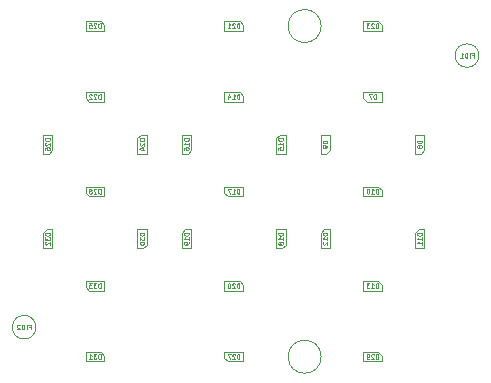
<source format=gbr>
%TF.GenerationSoftware,KiCad,Pcbnew,(5.1.0-0)*%
%TF.CreationDate,2020-07-09T23:17:02+02:00*%
%TF.ProjectId,POxiM-wristcomputer,504f7869-4d2d-4777-9269-7374636f6d70,A*%
%TF.SameCoordinates,Original*%
%TF.FileFunction,Other,Fab,Bot*%
%FSLAX46Y46*%
G04 Gerber Fmt 4.6, Leading zero omitted, Abs format (unit mm)*
G04 Created by KiCad (PCBNEW (5.1.0-0)) date 2020-07-09 23:17:02*
%MOMM*%
%LPD*%
G04 APERTURE LIST*
%ADD10C,0.100000*%
%ADD11C,0.060000*%
G04 APERTURE END LIST*
D10*
%TO.C,FID2*%
X73250000Y-143000000D02*
G75*
G03X73250000Y-143000000I-1000000J0D01*
G01*
%TO.C,FID1*%
X110750000Y-120000000D02*
G75*
G03X110750000Y-120000000I-1000000J0D01*
G01*
%TO.C,D33*%
X77450000Y-139600000D02*
X77450000Y-139100000D01*
X77450000Y-139100000D02*
X79050000Y-139100000D01*
X77750000Y-139900000D02*
X77450000Y-139600000D01*
X79050000Y-139900000D02*
X77750000Y-139900000D01*
X79050000Y-139100000D02*
X79050000Y-139900000D01*
%TO.C,D32*%
X74150000Y-134700000D02*
X74650000Y-134700000D01*
X74650000Y-134700000D02*
X74650000Y-136300000D01*
X73850000Y-135000000D02*
X74150000Y-134700000D01*
X73850000Y-136300000D02*
X73850000Y-135000000D01*
X74650000Y-136300000D02*
X73850000Y-136300000D01*
%TO.C,D31*%
X79050000Y-145400000D02*
X79050000Y-145900000D01*
X79050000Y-145900000D02*
X77450000Y-145900000D01*
X78750000Y-145100000D02*
X79050000Y-145400000D01*
X77450000Y-145100000D02*
X78750000Y-145100000D01*
X77450000Y-145900000D02*
X77450000Y-145100000D01*
%TO.C,D30*%
X82350000Y-136300000D02*
X81850000Y-136300000D01*
X81850000Y-136300000D02*
X81850000Y-134700000D01*
X82650000Y-136000000D02*
X82350000Y-136300000D01*
X82650000Y-134700000D02*
X82650000Y-136000000D01*
X81850000Y-134700000D02*
X82650000Y-134700000D01*
%TO.C,D29*%
X102550000Y-145400000D02*
X102550000Y-145900000D01*
X102550000Y-145900000D02*
X100950000Y-145900000D01*
X102250000Y-145100000D02*
X102550000Y-145400000D01*
X100950000Y-145100000D02*
X102250000Y-145100000D01*
X100950000Y-145900000D02*
X100950000Y-145100000D01*
%TO.C,D28*%
X77450000Y-131600000D02*
X77450000Y-131100000D01*
X77450000Y-131100000D02*
X79050000Y-131100000D01*
X77750000Y-131900000D02*
X77450000Y-131600000D01*
X79050000Y-131900000D02*
X77750000Y-131900000D01*
X79050000Y-131100000D02*
X79050000Y-131900000D01*
%TO.C,D27*%
X89200000Y-145600000D02*
X89200000Y-145100000D01*
X89200000Y-145100000D02*
X90800000Y-145100000D01*
X89500000Y-145900000D02*
X89200000Y-145600000D01*
X90800000Y-145900000D02*
X89500000Y-145900000D01*
X90800000Y-145100000D02*
X90800000Y-145900000D01*
%TO.C,D26*%
X74350000Y-128300000D02*
X73850000Y-128300000D01*
X73850000Y-128300000D02*
X73850000Y-126700000D01*
X74650000Y-128000000D02*
X74350000Y-128300000D01*
X74650000Y-126700000D02*
X74650000Y-128000000D01*
X73850000Y-126700000D02*
X74650000Y-126700000D01*
%TO.C,D25*%
X79050000Y-117400000D02*
X79050000Y-117900000D01*
X79050000Y-117900000D02*
X77450000Y-117900000D01*
X78750000Y-117100000D02*
X79050000Y-117400000D01*
X77450000Y-117100000D02*
X78750000Y-117100000D01*
X77450000Y-117900000D02*
X77450000Y-117100000D01*
%TO.C,D24*%
X82150000Y-126700000D02*
X82650000Y-126700000D01*
X82650000Y-126700000D02*
X82650000Y-128300000D01*
X81850000Y-127000000D02*
X82150000Y-126700000D01*
X81850000Y-128300000D02*
X81850000Y-127000000D01*
X82650000Y-128300000D02*
X81850000Y-128300000D01*
%TO.C,D23*%
X102550000Y-117400000D02*
X102550000Y-117900000D01*
X102550000Y-117900000D02*
X100950000Y-117900000D01*
X102250000Y-117100000D02*
X102550000Y-117400000D01*
X100950000Y-117100000D02*
X102250000Y-117100000D01*
X100950000Y-117900000D02*
X100950000Y-117100000D01*
%TO.C,D22*%
X77450000Y-123600000D02*
X77450000Y-123100000D01*
X77450000Y-123100000D02*
X79050000Y-123100000D01*
X77750000Y-123900000D02*
X77450000Y-123600000D01*
X79050000Y-123900000D02*
X77750000Y-123900000D01*
X79050000Y-123100000D02*
X79050000Y-123900000D01*
%TO.C,D21*%
X90800000Y-117400000D02*
X90800000Y-117900000D01*
X90800000Y-117900000D02*
X89200000Y-117900000D01*
X90500000Y-117100000D02*
X90800000Y-117400000D01*
X89200000Y-117100000D02*
X90500000Y-117100000D01*
X89200000Y-117900000D02*
X89200000Y-117100000D01*
%TO.C,D20*%
X90800000Y-139400000D02*
X90800000Y-139900000D01*
X90800000Y-139900000D02*
X89200000Y-139900000D01*
X90500000Y-139100000D02*
X90800000Y-139400000D01*
X89200000Y-139100000D02*
X90500000Y-139100000D01*
X89200000Y-139900000D02*
X89200000Y-139100000D01*
%TO.C,D19*%
X85900000Y-134700000D02*
X86400000Y-134700000D01*
X86400000Y-134700000D02*
X86400000Y-136300000D01*
X85600000Y-135000000D02*
X85900000Y-134700000D01*
X85600000Y-136300000D02*
X85600000Y-135000000D01*
X86400000Y-136300000D02*
X85600000Y-136300000D01*
%TO.C,D18*%
X94100000Y-136300000D02*
X93600000Y-136300000D01*
X93600000Y-136300000D02*
X93600000Y-134700000D01*
X94400000Y-136000000D02*
X94100000Y-136300000D01*
X94400000Y-134700000D02*
X94400000Y-136000000D01*
X93600000Y-134700000D02*
X94400000Y-134700000D01*
%TO.C,D17*%
X89200000Y-131600000D02*
X89200000Y-131100000D01*
X89200000Y-131100000D02*
X90800000Y-131100000D01*
X89500000Y-131900000D02*
X89200000Y-131600000D01*
X90800000Y-131900000D02*
X89500000Y-131900000D01*
X90800000Y-131100000D02*
X90800000Y-131900000D01*
%TO.C,D16*%
X86100000Y-128300000D02*
X85600000Y-128300000D01*
X85600000Y-128300000D02*
X85600000Y-126700000D01*
X86400000Y-128000000D02*
X86100000Y-128300000D01*
X86400000Y-126700000D02*
X86400000Y-128000000D01*
X85600000Y-126700000D02*
X86400000Y-126700000D01*
%TO.C,D15*%
X93900000Y-126700000D02*
X94400000Y-126700000D01*
X94400000Y-126700000D02*
X94400000Y-128300000D01*
X93600000Y-127000000D02*
X93900000Y-126700000D01*
X93600000Y-128300000D02*
X93600000Y-127000000D01*
X94400000Y-128300000D02*
X93600000Y-128300000D01*
%TO.C,D14*%
X90800000Y-123400000D02*
X90800000Y-123900000D01*
X90800000Y-123900000D02*
X89200000Y-123900000D01*
X90500000Y-123100000D02*
X90800000Y-123400000D01*
X89200000Y-123100000D02*
X90500000Y-123100000D01*
X89200000Y-123900000D02*
X89200000Y-123100000D01*
%TO.C,D13*%
X102550000Y-139400000D02*
X102550000Y-139900000D01*
X102550000Y-139900000D02*
X100950000Y-139900000D01*
X102250000Y-139100000D02*
X102550000Y-139400000D01*
X100950000Y-139100000D02*
X102250000Y-139100000D01*
X100950000Y-139900000D02*
X100950000Y-139100000D01*
%TO.C,D12*%
X97650000Y-134700000D02*
X98150000Y-134700000D01*
X98150000Y-134700000D02*
X98150000Y-136300000D01*
X97350000Y-135000000D02*
X97650000Y-134700000D01*
X97350000Y-136300000D02*
X97350000Y-135000000D01*
X98150000Y-136300000D02*
X97350000Y-136300000D01*
%TO.C,D11*%
X105650000Y-134700000D02*
X106150000Y-134700000D01*
X106150000Y-134700000D02*
X106150000Y-136300000D01*
X105350000Y-135000000D02*
X105650000Y-134700000D01*
X105350000Y-136300000D02*
X105350000Y-135000000D01*
X106150000Y-136300000D02*
X105350000Y-136300000D01*
%TO.C,D10*%
X102550000Y-131400000D02*
X102550000Y-131900000D01*
X102550000Y-131900000D02*
X100950000Y-131900000D01*
X102250000Y-131100000D02*
X102550000Y-131400000D01*
X100950000Y-131100000D02*
X102250000Y-131100000D01*
X100950000Y-131900000D02*
X100950000Y-131100000D01*
%TO.C,D9*%
X97850000Y-128300000D02*
X97350000Y-128300000D01*
X97350000Y-128300000D02*
X97350000Y-126700000D01*
X98150000Y-128000000D02*
X97850000Y-128300000D01*
X98150000Y-126700000D02*
X98150000Y-128000000D01*
X97350000Y-126700000D02*
X98150000Y-126700000D01*
%TO.C,D8*%
X105850000Y-128300000D02*
X105350000Y-128300000D01*
X105350000Y-128300000D02*
X105350000Y-126700000D01*
X106150000Y-128000000D02*
X105850000Y-128300000D01*
X106150000Y-126700000D02*
X106150000Y-128000000D01*
X105350000Y-126700000D02*
X106150000Y-126700000D01*
%TO.C,D7*%
X100950000Y-123600000D02*
X100950000Y-123100000D01*
X100950000Y-123100000D02*
X102550000Y-123100000D01*
X101250000Y-123900000D02*
X100950000Y-123600000D01*
X102550000Y-123900000D02*
X101250000Y-123900000D01*
X102550000Y-123100000D02*
X102550000Y-123900000D01*
%TO.C,H6*%
X97400000Y-145500000D02*
G75*
G03X97400000Y-145500000I-1400000J0D01*
G01*
%TO.C,H5*%
X97400000Y-117500000D02*
G75*
G03X97400000Y-117500000I-1400000J0D01*
G01*
%TD*%
%TO.C,FID2*%
D11*
X72678571Y-142971428D02*
X72811904Y-142971428D01*
X72811904Y-143180952D02*
X72811904Y-142780952D01*
X72621428Y-142780952D01*
X72469047Y-143180952D02*
X72469047Y-142780952D01*
X72278571Y-143180952D02*
X72278571Y-142780952D01*
X72183333Y-142780952D01*
X72126190Y-142800000D01*
X72088095Y-142838095D01*
X72069047Y-142876190D01*
X72050000Y-142952380D01*
X72050000Y-143009523D01*
X72069047Y-143085714D01*
X72088095Y-143123809D01*
X72126190Y-143161904D01*
X72183333Y-143180952D01*
X72278571Y-143180952D01*
X71897619Y-142819047D02*
X71878571Y-142800000D01*
X71840476Y-142780952D01*
X71745238Y-142780952D01*
X71707142Y-142800000D01*
X71688095Y-142819047D01*
X71669047Y-142857142D01*
X71669047Y-142895238D01*
X71688095Y-142952380D01*
X71916666Y-143180952D01*
X71669047Y-143180952D01*
%TO.C,FID1*%
X110178571Y-119971428D02*
X110311904Y-119971428D01*
X110311904Y-120180952D02*
X110311904Y-119780952D01*
X110121428Y-119780952D01*
X109969047Y-120180952D02*
X109969047Y-119780952D01*
X109778571Y-120180952D02*
X109778571Y-119780952D01*
X109683333Y-119780952D01*
X109626190Y-119800000D01*
X109588095Y-119838095D01*
X109569047Y-119876190D01*
X109550000Y-119952380D01*
X109550000Y-120009523D01*
X109569047Y-120085714D01*
X109588095Y-120123809D01*
X109626190Y-120161904D01*
X109683333Y-120180952D01*
X109778571Y-120180952D01*
X109169047Y-120180952D02*
X109397619Y-120180952D01*
X109283333Y-120180952D02*
X109283333Y-119780952D01*
X109321428Y-119838095D01*
X109359523Y-119876190D01*
X109397619Y-119895238D01*
%TO.C,D33*%
X78735714Y-139680952D02*
X78735714Y-139280952D01*
X78640476Y-139280952D01*
X78583333Y-139300000D01*
X78545238Y-139338095D01*
X78526190Y-139376190D01*
X78507142Y-139452380D01*
X78507142Y-139509523D01*
X78526190Y-139585714D01*
X78545238Y-139623809D01*
X78583333Y-139661904D01*
X78640476Y-139680952D01*
X78735714Y-139680952D01*
X78373809Y-139280952D02*
X78126190Y-139280952D01*
X78259523Y-139433333D01*
X78202380Y-139433333D01*
X78164285Y-139452380D01*
X78145238Y-139471428D01*
X78126190Y-139509523D01*
X78126190Y-139604761D01*
X78145238Y-139642857D01*
X78164285Y-139661904D01*
X78202380Y-139680952D01*
X78316666Y-139680952D01*
X78354761Y-139661904D01*
X78373809Y-139642857D01*
X77992857Y-139280952D02*
X77745238Y-139280952D01*
X77878571Y-139433333D01*
X77821428Y-139433333D01*
X77783333Y-139452380D01*
X77764285Y-139471428D01*
X77745238Y-139509523D01*
X77745238Y-139604761D01*
X77764285Y-139642857D01*
X77783333Y-139661904D01*
X77821428Y-139680952D01*
X77935714Y-139680952D01*
X77973809Y-139661904D01*
X77992857Y-139642857D01*
%TO.C,D32*%
X74430952Y-135014285D02*
X74030952Y-135014285D01*
X74030952Y-135109523D01*
X74050000Y-135166666D01*
X74088095Y-135204761D01*
X74126190Y-135223809D01*
X74202380Y-135242857D01*
X74259523Y-135242857D01*
X74335714Y-135223809D01*
X74373809Y-135204761D01*
X74411904Y-135166666D01*
X74430952Y-135109523D01*
X74430952Y-135014285D01*
X74030952Y-135376190D02*
X74030952Y-135623809D01*
X74183333Y-135490476D01*
X74183333Y-135547619D01*
X74202380Y-135585714D01*
X74221428Y-135604761D01*
X74259523Y-135623809D01*
X74354761Y-135623809D01*
X74392857Y-135604761D01*
X74411904Y-135585714D01*
X74430952Y-135547619D01*
X74430952Y-135433333D01*
X74411904Y-135395238D01*
X74392857Y-135376190D01*
X74069047Y-135776190D02*
X74050000Y-135795238D01*
X74030952Y-135833333D01*
X74030952Y-135928571D01*
X74050000Y-135966666D01*
X74069047Y-135985714D01*
X74107142Y-136004761D01*
X74145238Y-136004761D01*
X74202380Y-135985714D01*
X74430952Y-135757142D01*
X74430952Y-136004761D01*
%TO.C,D31*%
X78735714Y-145680952D02*
X78735714Y-145280952D01*
X78640476Y-145280952D01*
X78583333Y-145300000D01*
X78545238Y-145338095D01*
X78526190Y-145376190D01*
X78507142Y-145452380D01*
X78507142Y-145509523D01*
X78526190Y-145585714D01*
X78545238Y-145623809D01*
X78583333Y-145661904D01*
X78640476Y-145680952D01*
X78735714Y-145680952D01*
X78373809Y-145280952D02*
X78126190Y-145280952D01*
X78259523Y-145433333D01*
X78202380Y-145433333D01*
X78164285Y-145452380D01*
X78145238Y-145471428D01*
X78126190Y-145509523D01*
X78126190Y-145604761D01*
X78145238Y-145642857D01*
X78164285Y-145661904D01*
X78202380Y-145680952D01*
X78316666Y-145680952D01*
X78354761Y-145661904D01*
X78373809Y-145642857D01*
X77745238Y-145680952D02*
X77973809Y-145680952D01*
X77859523Y-145680952D02*
X77859523Y-145280952D01*
X77897619Y-145338095D01*
X77935714Y-145376190D01*
X77973809Y-145395238D01*
%TO.C,D30*%
X82430952Y-135014285D02*
X82030952Y-135014285D01*
X82030952Y-135109523D01*
X82050000Y-135166666D01*
X82088095Y-135204761D01*
X82126190Y-135223809D01*
X82202380Y-135242857D01*
X82259523Y-135242857D01*
X82335714Y-135223809D01*
X82373809Y-135204761D01*
X82411904Y-135166666D01*
X82430952Y-135109523D01*
X82430952Y-135014285D01*
X82030952Y-135376190D02*
X82030952Y-135623809D01*
X82183333Y-135490476D01*
X82183333Y-135547619D01*
X82202380Y-135585714D01*
X82221428Y-135604761D01*
X82259523Y-135623809D01*
X82354761Y-135623809D01*
X82392857Y-135604761D01*
X82411904Y-135585714D01*
X82430952Y-135547619D01*
X82430952Y-135433333D01*
X82411904Y-135395238D01*
X82392857Y-135376190D01*
X82030952Y-135871428D02*
X82030952Y-135909523D01*
X82050000Y-135947619D01*
X82069047Y-135966666D01*
X82107142Y-135985714D01*
X82183333Y-136004761D01*
X82278571Y-136004761D01*
X82354761Y-135985714D01*
X82392857Y-135966666D01*
X82411904Y-135947619D01*
X82430952Y-135909523D01*
X82430952Y-135871428D01*
X82411904Y-135833333D01*
X82392857Y-135814285D01*
X82354761Y-135795238D01*
X82278571Y-135776190D01*
X82183333Y-135776190D01*
X82107142Y-135795238D01*
X82069047Y-135814285D01*
X82050000Y-135833333D01*
X82030952Y-135871428D01*
%TO.C,D29*%
X102235714Y-145680952D02*
X102235714Y-145280952D01*
X102140476Y-145280952D01*
X102083333Y-145300000D01*
X102045238Y-145338095D01*
X102026190Y-145376190D01*
X102007142Y-145452380D01*
X102007142Y-145509523D01*
X102026190Y-145585714D01*
X102045238Y-145623809D01*
X102083333Y-145661904D01*
X102140476Y-145680952D01*
X102235714Y-145680952D01*
X101854761Y-145319047D02*
X101835714Y-145300000D01*
X101797619Y-145280952D01*
X101702380Y-145280952D01*
X101664285Y-145300000D01*
X101645238Y-145319047D01*
X101626190Y-145357142D01*
X101626190Y-145395238D01*
X101645238Y-145452380D01*
X101873809Y-145680952D01*
X101626190Y-145680952D01*
X101435714Y-145680952D02*
X101359523Y-145680952D01*
X101321428Y-145661904D01*
X101302380Y-145642857D01*
X101264285Y-145585714D01*
X101245238Y-145509523D01*
X101245238Y-145357142D01*
X101264285Y-145319047D01*
X101283333Y-145300000D01*
X101321428Y-145280952D01*
X101397619Y-145280952D01*
X101435714Y-145300000D01*
X101454761Y-145319047D01*
X101473809Y-145357142D01*
X101473809Y-145452380D01*
X101454761Y-145490476D01*
X101435714Y-145509523D01*
X101397619Y-145528571D01*
X101321428Y-145528571D01*
X101283333Y-145509523D01*
X101264285Y-145490476D01*
X101245238Y-145452380D01*
%TO.C,D28*%
X78735714Y-131680952D02*
X78735714Y-131280952D01*
X78640476Y-131280952D01*
X78583333Y-131300000D01*
X78545238Y-131338095D01*
X78526190Y-131376190D01*
X78507142Y-131452380D01*
X78507142Y-131509523D01*
X78526190Y-131585714D01*
X78545238Y-131623809D01*
X78583333Y-131661904D01*
X78640476Y-131680952D01*
X78735714Y-131680952D01*
X78354761Y-131319047D02*
X78335714Y-131300000D01*
X78297619Y-131280952D01*
X78202380Y-131280952D01*
X78164285Y-131300000D01*
X78145238Y-131319047D01*
X78126190Y-131357142D01*
X78126190Y-131395238D01*
X78145238Y-131452380D01*
X78373809Y-131680952D01*
X78126190Y-131680952D01*
X77897619Y-131452380D02*
X77935714Y-131433333D01*
X77954761Y-131414285D01*
X77973809Y-131376190D01*
X77973809Y-131357142D01*
X77954761Y-131319047D01*
X77935714Y-131300000D01*
X77897619Y-131280952D01*
X77821428Y-131280952D01*
X77783333Y-131300000D01*
X77764285Y-131319047D01*
X77745238Y-131357142D01*
X77745238Y-131376190D01*
X77764285Y-131414285D01*
X77783333Y-131433333D01*
X77821428Y-131452380D01*
X77897619Y-131452380D01*
X77935714Y-131471428D01*
X77954761Y-131490476D01*
X77973809Y-131528571D01*
X77973809Y-131604761D01*
X77954761Y-131642857D01*
X77935714Y-131661904D01*
X77897619Y-131680952D01*
X77821428Y-131680952D01*
X77783333Y-131661904D01*
X77764285Y-131642857D01*
X77745238Y-131604761D01*
X77745238Y-131528571D01*
X77764285Y-131490476D01*
X77783333Y-131471428D01*
X77821428Y-131452380D01*
%TO.C,D27*%
X90485714Y-145680952D02*
X90485714Y-145280952D01*
X90390476Y-145280952D01*
X90333333Y-145300000D01*
X90295238Y-145338095D01*
X90276190Y-145376190D01*
X90257142Y-145452380D01*
X90257142Y-145509523D01*
X90276190Y-145585714D01*
X90295238Y-145623809D01*
X90333333Y-145661904D01*
X90390476Y-145680952D01*
X90485714Y-145680952D01*
X90104761Y-145319047D02*
X90085714Y-145300000D01*
X90047619Y-145280952D01*
X89952380Y-145280952D01*
X89914285Y-145300000D01*
X89895238Y-145319047D01*
X89876190Y-145357142D01*
X89876190Y-145395238D01*
X89895238Y-145452380D01*
X90123809Y-145680952D01*
X89876190Y-145680952D01*
X89742857Y-145280952D02*
X89476190Y-145280952D01*
X89647619Y-145680952D01*
%TO.C,D26*%
X74430952Y-127014285D02*
X74030952Y-127014285D01*
X74030952Y-127109523D01*
X74050000Y-127166666D01*
X74088095Y-127204761D01*
X74126190Y-127223809D01*
X74202380Y-127242857D01*
X74259523Y-127242857D01*
X74335714Y-127223809D01*
X74373809Y-127204761D01*
X74411904Y-127166666D01*
X74430952Y-127109523D01*
X74430952Y-127014285D01*
X74069047Y-127395238D02*
X74050000Y-127414285D01*
X74030952Y-127452380D01*
X74030952Y-127547619D01*
X74050000Y-127585714D01*
X74069047Y-127604761D01*
X74107142Y-127623809D01*
X74145238Y-127623809D01*
X74202380Y-127604761D01*
X74430952Y-127376190D01*
X74430952Y-127623809D01*
X74030952Y-127966666D02*
X74030952Y-127890476D01*
X74050000Y-127852380D01*
X74069047Y-127833333D01*
X74126190Y-127795238D01*
X74202380Y-127776190D01*
X74354761Y-127776190D01*
X74392857Y-127795238D01*
X74411904Y-127814285D01*
X74430952Y-127852380D01*
X74430952Y-127928571D01*
X74411904Y-127966666D01*
X74392857Y-127985714D01*
X74354761Y-128004761D01*
X74259523Y-128004761D01*
X74221428Y-127985714D01*
X74202380Y-127966666D01*
X74183333Y-127928571D01*
X74183333Y-127852380D01*
X74202380Y-127814285D01*
X74221428Y-127795238D01*
X74259523Y-127776190D01*
%TO.C,D25*%
X78735714Y-117680952D02*
X78735714Y-117280952D01*
X78640476Y-117280952D01*
X78583333Y-117300000D01*
X78545238Y-117338095D01*
X78526190Y-117376190D01*
X78507142Y-117452380D01*
X78507142Y-117509523D01*
X78526190Y-117585714D01*
X78545238Y-117623809D01*
X78583333Y-117661904D01*
X78640476Y-117680952D01*
X78735714Y-117680952D01*
X78354761Y-117319047D02*
X78335714Y-117300000D01*
X78297619Y-117280952D01*
X78202380Y-117280952D01*
X78164285Y-117300000D01*
X78145238Y-117319047D01*
X78126190Y-117357142D01*
X78126190Y-117395238D01*
X78145238Y-117452380D01*
X78373809Y-117680952D01*
X78126190Y-117680952D01*
X77764285Y-117280952D02*
X77954761Y-117280952D01*
X77973809Y-117471428D01*
X77954761Y-117452380D01*
X77916666Y-117433333D01*
X77821428Y-117433333D01*
X77783333Y-117452380D01*
X77764285Y-117471428D01*
X77745238Y-117509523D01*
X77745238Y-117604761D01*
X77764285Y-117642857D01*
X77783333Y-117661904D01*
X77821428Y-117680952D01*
X77916666Y-117680952D01*
X77954761Y-117661904D01*
X77973809Y-117642857D01*
%TO.C,D24*%
X82430952Y-127014285D02*
X82030952Y-127014285D01*
X82030952Y-127109523D01*
X82050000Y-127166666D01*
X82088095Y-127204761D01*
X82126190Y-127223809D01*
X82202380Y-127242857D01*
X82259523Y-127242857D01*
X82335714Y-127223809D01*
X82373809Y-127204761D01*
X82411904Y-127166666D01*
X82430952Y-127109523D01*
X82430952Y-127014285D01*
X82069047Y-127395238D02*
X82050000Y-127414285D01*
X82030952Y-127452380D01*
X82030952Y-127547619D01*
X82050000Y-127585714D01*
X82069047Y-127604761D01*
X82107142Y-127623809D01*
X82145238Y-127623809D01*
X82202380Y-127604761D01*
X82430952Y-127376190D01*
X82430952Y-127623809D01*
X82164285Y-127966666D02*
X82430952Y-127966666D01*
X82011904Y-127871428D02*
X82297619Y-127776190D01*
X82297619Y-128023809D01*
%TO.C,D23*%
X102235714Y-117680952D02*
X102235714Y-117280952D01*
X102140476Y-117280952D01*
X102083333Y-117300000D01*
X102045238Y-117338095D01*
X102026190Y-117376190D01*
X102007142Y-117452380D01*
X102007142Y-117509523D01*
X102026190Y-117585714D01*
X102045238Y-117623809D01*
X102083333Y-117661904D01*
X102140476Y-117680952D01*
X102235714Y-117680952D01*
X101854761Y-117319047D02*
X101835714Y-117300000D01*
X101797619Y-117280952D01*
X101702380Y-117280952D01*
X101664285Y-117300000D01*
X101645238Y-117319047D01*
X101626190Y-117357142D01*
X101626190Y-117395238D01*
X101645238Y-117452380D01*
X101873809Y-117680952D01*
X101626190Y-117680952D01*
X101492857Y-117280952D02*
X101245238Y-117280952D01*
X101378571Y-117433333D01*
X101321428Y-117433333D01*
X101283333Y-117452380D01*
X101264285Y-117471428D01*
X101245238Y-117509523D01*
X101245238Y-117604761D01*
X101264285Y-117642857D01*
X101283333Y-117661904D01*
X101321428Y-117680952D01*
X101435714Y-117680952D01*
X101473809Y-117661904D01*
X101492857Y-117642857D01*
%TO.C,D22*%
X78735714Y-123680952D02*
X78735714Y-123280952D01*
X78640476Y-123280952D01*
X78583333Y-123300000D01*
X78545238Y-123338095D01*
X78526190Y-123376190D01*
X78507142Y-123452380D01*
X78507142Y-123509523D01*
X78526190Y-123585714D01*
X78545238Y-123623809D01*
X78583333Y-123661904D01*
X78640476Y-123680952D01*
X78735714Y-123680952D01*
X78354761Y-123319047D02*
X78335714Y-123300000D01*
X78297619Y-123280952D01*
X78202380Y-123280952D01*
X78164285Y-123300000D01*
X78145238Y-123319047D01*
X78126190Y-123357142D01*
X78126190Y-123395238D01*
X78145238Y-123452380D01*
X78373809Y-123680952D01*
X78126190Y-123680952D01*
X77973809Y-123319047D02*
X77954761Y-123300000D01*
X77916666Y-123280952D01*
X77821428Y-123280952D01*
X77783333Y-123300000D01*
X77764285Y-123319047D01*
X77745238Y-123357142D01*
X77745238Y-123395238D01*
X77764285Y-123452380D01*
X77992857Y-123680952D01*
X77745238Y-123680952D01*
%TO.C,D21*%
X90485714Y-117680952D02*
X90485714Y-117280952D01*
X90390476Y-117280952D01*
X90333333Y-117300000D01*
X90295238Y-117338095D01*
X90276190Y-117376190D01*
X90257142Y-117452380D01*
X90257142Y-117509523D01*
X90276190Y-117585714D01*
X90295238Y-117623809D01*
X90333333Y-117661904D01*
X90390476Y-117680952D01*
X90485714Y-117680952D01*
X90104761Y-117319047D02*
X90085714Y-117300000D01*
X90047619Y-117280952D01*
X89952380Y-117280952D01*
X89914285Y-117300000D01*
X89895238Y-117319047D01*
X89876190Y-117357142D01*
X89876190Y-117395238D01*
X89895238Y-117452380D01*
X90123809Y-117680952D01*
X89876190Y-117680952D01*
X89495238Y-117680952D02*
X89723809Y-117680952D01*
X89609523Y-117680952D02*
X89609523Y-117280952D01*
X89647619Y-117338095D01*
X89685714Y-117376190D01*
X89723809Y-117395238D01*
%TO.C,D20*%
X90485714Y-139680952D02*
X90485714Y-139280952D01*
X90390476Y-139280952D01*
X90333333Y-139300000D01*
X90295238Y-139338095D01*
X90276190Y-139376190D01*
X90257142Y-139452380D01*
X90257142Y-139509523D01*
X90276190Y-139585714D01*
X90295238Y-139623809D01*
X90333333Y-139661904D01*
X90390476Y-139680952D01*
X90485714Y-139680952D01*
X90104761Y-139319047D02*
X90085714Y-139300000D01*
X90047619Y-139280952D01*
X89952380Y-139280952D01*
X89914285Y-139300000D01*
X89895238Y-139319047D01*
X89876190Y-139357142D01*
X89876190Y-139395238D01*
X89895238Y-139452380D01*
X90123809Y-139680952D01*
X89876190Y-139680952D01*
X89628571Y-139280952D02*
X89590476Y-139280952D01*
X89552380Y-139300000D01*
X89533333Y-139319047D01*
X89514285Y-139357142D01*
X89495238Y-139433333D01*
X89495238Y-139528571D01*
X89514285Y-139604761D01*
X89533333Y-139642857D01*
X89552380Y-139661904D01*
X89590476Y-139680952D01*
X89628571Y-139680952D01*
X89666666Y-139661904D01*
X89685714Y-139642857D01*
X89704761Y-139604761D01*
X89723809Y-139528571D01*
X89723809Y-139433333D01*
X89704761Y-139357142D01*
X89685714Y-139319047D01*
X89666666Y-139300000D01*
X89628571Y-139280952D01*
%TO.C,D19*%
X86180952Y-135014285D02*
X85780952Y-135014285D01*
X85780952Y-135109523D01*
X85800000Y-135166666D01*
X85838095Y-135204761D01*
X85876190Y-135223809D01*
X85952380Y-135242857D01*
X86009523Y-135242857D01*
X86085714Y-135223809D01*
X86123809Y-135204761D01*
X86161904Y-135166666D01*
X86180952Y-135109523D01*
X86180952Y-135014285D01*
X86180952Y-135623809D02*
X86180952Y-135395238D01*
X86180952Y-135509523D02*
X85780952Y-135509523D01*
X85838095Y-135471428D01*
X85876190Y-135433333D01*
X85895238Y-135395238D01*
X86180952Y-135814285D02*
X86180952Y-135890476D01*
X86161904Y-135928571D01*
X86142857Y-135947619D01*
X86085714Y-135985714D01*
X86009523Y-136004761D01*
X85857142Y-136004761D01*
X85819047Y-135985714D01*
X85800000Y-135966666D01*
X85780952Y-135928571D01*
X85780952Y-135852380D01*
X85800000Y-135814285D01*
X85819047Y-135795238D01*
X85857142Y-135776190D01*
X85952380Y-135776190D01*
X85990476Y-135795238D01*
X86009523Y-135814285D01*
X86028571Y-135852380D01*
X86028571Y-135928571D01*
X86009523Y-135966666D01*
X85990476Y-135985714D01*
X85952380Y-136004761D01*
%TO.C,D18*%
X94180952Y-135014285D02*
X93780952Y-135014285D01*
X93780952Y-135109523D01*
X93800000Y-135166666D01*
X93838095Y-135204761D01*
X93876190Y-135223809D01*
X93952380Y-135242857D01*
X94009523Y-135242857D01*
X94085714Y-135223809D01*
X94123809Y-135204761D01*
X94161904Y-135166666D01*
X94180952Y-135109523D01*
X94180952Y-135014285D01*
X94180952Y-135623809D02*
X94180952Y-135395238D01*
X94180952Y-135509523D02*
X93780952Y-135509523D01*
X93838095Y-135471428D01*
X93876190Y-135433333D01*
X93895238Y-135395238D01*
X93952380Y-135852380D02*
X93933333Y-135814285D01*
X93914285Y-135795238D01*
X93876190Y-135776190D01*
X93857142Y-135776190D01*
X93819047Y-135795238D01*
X93800000Y-135814285D01*
X93780952Y-135852380D01*
X93780952Y-135928571D01*
X93800000Y-135966666D01*
X93819047Y-135985714D01*
X93857142Y-136004761D01*
X93876190Y-136004761D01*
X93914285Y-135985714D01*
X93933333Y-135966666D01*
X93952380Y-135928571D01*
X93952380Y-135852380D01*
X93971428Y-135814285D01*
X93990476Y-135795238D01*
X94028571Y-135776190D01*
X94104761Y-135776190D01*
X94142857Y-135795238D01*
X94161904Y-135814285D01*
X94180952Y-135852380D01*
X94180952Y-135928571D01*
X94161904Y-135966666D01*
X94142857Y-135985714D01*
X94104761Y-136004761D01*
X94028571Y-136004761D01*
X93990476Y-135985714D01*
X93971428Y-135966666D01*
X93952380Y-135928571D01*
%TO.C,D17*%
X90485714Y-131680952D02*
X90485714Y-131280952D01*
X90390476Y-131280952D01*
X90333333Y-131300000D01*
X90295238Y-131338095D01*
X90276190Y-131376190D01*
X90257142Y-131452380D01*
X90257142Y-131509523D01*
X90276190Y-131585714D01*
X90295238Y-131623809D01*
X90333333Y-131661904D01*
X90390476Y-131680952D01*
X90485714Y-131680952D01*
X89876190Y-131680952D02*
X90104761Y-131680952D01*
X89990476Y-131680952D02*
X89990476Y-131280952D01*
X90028571Y-131338095D01*
X90066666Y-131376190D01*
X90104761Y-131395238D01*
X89742857Y-131280952D02*
X89476190Y-131280952D01*
X89647619Y-131680952D01*
%TO.C,D16*%
X86180952Y-127014285D02*
X85780952Y-127014285D01*
X85780952Y-127109523D01*
X85800000Y-127166666D01*
X85838095Y-127204761D01*
X85876190Y-127223809D01*
X85952380Y-127242857D01*
X86009523Y-127242857D01*
X86085714Y-127223809D01*
X86123809Y-127204761D01*
X86161904Y-127166666D01*
X86180952Y-127109523D01*
X86180952Y-127014285D01*
X86180952Y-127623809D02*
X86180952Y-127395238D01*
X86180952Y-127509523D02*
X85780952Y-127509523D01*
X85838095Y-127471428D01*
X85876190Y-127433333D01*
X85895238Y-127395238D01*
X85780952Y-127966666D02*
X85780952Y-127890476D01*
X85800000Y-127852380D01*
X85819047Y-127833333D01*
X85876190Y-127795238D01*
X85952380Y-127776190D01*
X86104761Y-127776190D01*
X86142857Y-127795238D01*
X86161904Y-127814285D01*
X86180952Y-127852380D01*
X86180952Y-127928571D01*
X86161904Y-127966666D01*
X86142857Y-127985714D01*
X86104761Y-128004761D01*
X86009523Y-128004761D01*
X85971428Y-127985714D01*
X85952380Y-127966666D01*
X85933333Y-127928571D01*
X85933333Y-127852380D01*
X85952380Y-127814285D01*
X85971428Y-127795238D01*
X86009523Y-127776190D01*
%TO.C,D15*%
X94180952Y-127014285D02*
X93780952Y-127014285D01*
X93780952Y-127109523D01*
X93800000Y-127166666D01*
X93838095Y-127204761D01*
X93876190Y-127223809D01*
X93952380Y-127242857D01*
X94009523Y-127242857D01*
X94085714Y-127223809D01*
X94123809Y-127204761D01*
X94161904Y-127166666D01*
X94180952Y-127109523D01*
X94180952Y-127014285D01*
X94180952Y-127623809D02*
X94180952Y-127395238D01*
X94180952Y-127509523D02*
X93780952Y-127509523D01*
X93838095Y-127471428D01*
X93876190Y-127433333D01*
X93895238Y-127395238D01*
X93780952Y-127985714D02*
X93780952Y-127795238D01*
X93971428Y-127776190D01*
X93952380Y-127795238D01*
X93933333Y-127833333D01*
X93933333Y-127928571D01*
X93952380Y-127966666D01*
X93971428Y-127985714D01*
X94009523Y-128004761D01*
X94104761Y-128004761D01*
X94142857Y-127985714D01*
X94161904Y-127966666D01*
X94180952Y-127928571D01*
X94180952Y-127833333D01*
X94161904Y-127795238D01*
X94142857Y-127776190D01*
%TO.C,D14*%
X90485714Y-123680952D02*
X90485714Y-123280952D01*
X90390476Y-123280952D01*
X90333333Y-123300000D01*
X90295238Y-123338095D01*
X90276190Y-123376190D01*
X90257142Y-123452380D01*
X90257142Y-123509523D01*
X90276190Y-123585714D01*
X90295238Y-123623809D01*
X90333333Y-123661904D01*
X90390476Y-123680952D01*
X90485714Y-123680952D01*
X89876190Y-123680952D02*
X90104761Y-123680952D01*
X89990476Y-123680952D02*
X89990476Y-123280952D01*
X90028571Y-123338095D01*
X90066666Y-123376190D01*
X90104761Y-123395238D01*
X89533333Y-123414285D02*
X89533333Y-123680952D01*
X89628571Y-123261904D02*
X89723809Y-123547619D01*
X89476190Y-123547619D01*
%TO.C,D13*%
X102235714Y-139680952D02*
X102235714Y-139280952D01*
X102140476Y-139280952D01*
X102083333Y-139300000D01*
X102045238Y-139338095D01*
X102026190Y-139376190D01*
X102007142Y-139452380D01*
X102007142Y-139509523D01*
X102026190Y-139585714D01*
X102045238Y-139623809D01*
X102083333Y-139661904D01*
X102140476Y-139680952D01*
X102235714Y-139680952D01*
X101626190Y-139680952D02*
X101854761Y-139680952D01*
X101740476Y-139680952D02*
X101740476Y-139280952D01*
X101778571Y-139338095D01*
X101816666Y-139376190D01*
X101854761Y-139395238D01*
X101492857Y-139280952D02*
X101245238Y-139280952D01*
X101378571Y-139433333D01*
X101321428Y-139433333D01*
X101283333Y-139452380D01*
X101264285Y-139471428D01*
X101245238Y-139509523D01*
X101245238Y-139604761D01*
X101264285Y-139642857D01*
X101283333Y-139661904D01*
X101321428Y-139680952D01*
X101435714Y-139680952D01*
X101473809Y-139661904D01*
X101492857Y-139642857D01*
%TO.C,D12*%
X97930952Y-135014285D02*
X97530952Y-135014285D01*
X97530952Y-135109523D01*
X97550000Y-135166666D01*
X97588095Y-135204761D01*
X97626190Y-135223809D01*
X97702380Y-135242857D01*
X97759523Y-135242857D01*
X97835714Y-135223809D01*
X97873809Y-135204761D01*
X97911904Y-135166666D01*
X97930952Y-135109523D01*
X97930952Y-135014285D01*
X97930952Y-135623809D02*
X97930952Y-135395238D01*
X97930952Y-135509523D02*
X97530952Y-135509523D01*
X97588095Y-135471428D01*
X97626190Y-135433333D01*
X97645238Y-135395238D01*
X97569047Y-135776190D02*
X97550000Y-135795238D01*
X97530952Y-135833333D01*
X97530952Y-135928571D01*
X97550000Y-135966666D01*
X97569047Y-135985714D01*
X97607142Y-136004761D01*
X97645238Y-136004761D01*
X97702380Y-135985714D01*
X97930952Y-135757142D01*
X97930952Y-136004761D01*
%TO.C,D11*%
X105930952Y-135014285D02*
X105530952Y-135014285D01*
X105530952Y-135109523D01*
X105550000Y-135166666D01*
X105588095Y-135204761D01*
X105626190Y-135223809D01*
X105702380Y-135242857D01*
X105759523Y-135242857D01*
X105835714Y-135223809D01*
X105873809Y-135204761D01*
X105911904Y-135166666D01*
X105930952Y-135109523D01*
X105930952Y-135014285D01*
X105930952Y-135623809D02*
X105930952Y-135395238D01*
X105930952Y-135509523D02*
X105530952Y-135509523D01*
X105588095Y-135471428D01*
X105626190Y-135433333D01*
X105645238Y-135395238D01*
X105930952Y-136004761D02*
X105930952Y-135776190D01*
X105930952Y-135890476D02*
X105530952Y-135890476D01*
X105588095Y-135852380D01*
X105626190Y-135814285D01*
X105645238Y-135776190D01*
%TO.C,D10*%
X102235714Y-131680952D02*
X102235714Y-131280952D01*
X102140476Y-131280952D01*
X102083333Y-131300000D01*
X102045238Y-131338095D01*
X102026190Y-131376190D01*
X102007142Y-131452380D01*
X102007142Y-131509523D01*
X102026190Y-131585714D01*
X102045238Y-131623809D01*
X102083333Y-131661904D01*
X102140476Y-131680952D01*
X102235714Y-131680952D01*
X101626190Y-131680952D02*
X101854761Y-131680952D01*
X101740476Y-131680952D02*
X101740476Y-131280952D01*
X101778571Y-131338095D01*
X101816666Y-131376190D01*
X101854761Y-131395238D01*
X101378571Y-131280952D02*
X101340476Y-131280952D01*
X101302380Y-131300000D01*
X101283333Y-131319047D01*
X101264285Y-131357142D01*
X101245238Y-131433333D01*
X101245238Y-131528571D01*
X101264285Y-131604761D01*
X101283333Y-131642857D01*
X101302380Y-131661904D01*
X101340476Y-131680952D01*
X101378571Y-131680952D01*
X101416666Y-131661904D01*
X101435714Y-131642857D01*
X101454761Y-131604761D01*
X101473809Y-131528571D01*
X101473809Y-131433333D01*
X101454761Y-131357142D01*
X101435714Y-131319047D01*
X101416666Y-131300000D01*
X101378571Y-131280952D01*
%TO.C,D9*%
X97930952Y-127204761D02*
X97530952Y-127204761D01*
X97530952Y-127300000D01*
X97550000Y-127357142D01*
X97588095Y-127395238D01*
X97626190Y-127414285D01*
X97702380Y-127433333D01*
X97759523Y-127433333D01*
X97835714Y-127414285D01*
X97873809Y-127395238D01*
X97911904Y-127357142D01*
X97930952Y-127300000D01*
X97930952Y-127204761D01*
X97930952Y-127623809D02*
X97930952Y-127700000D01*
X97911904Y-127738095D01*
X97892857Y-127757142D01*
X97835714Y-127795238D01*
X97759523Y-127814285D01*
X97607142Y-127814285D01*
X97569047Y-127795238D01*
X97550000Y-127776190D01*
X97530952Y-127738095D01*
X97530952Y-127661904D01*
X97550000Y-127623809D01*
X97569047Y-127604761D01*
X97607142Y-127585714D01*
X97702380Y-127585714D01*
X97740476Y-127604761D01*
X97759523Y-127623809D01*
X97778571Y-127661904D01*
X97778571Y-127738095D01*
X97759523Y-127776190D01*
X97740476Y-127795238D01*
X97702380Y-127814285D01*
%TO.C,D8*%
X105930952Y-127204761D02*
X105530952Y-127204761D01*
X105530952Y-127300000D01*
X105550000Y-127357142D01*
X105588095Y-127395238D01*
X105626190Y-127414285D01*
X105702380Y-127433333D01*
X105759523Y-127433333D01*
X105835714Y-127414285D01*
X105873809Y-127395238D01*
X105911904Y-127357142D01*
X105930952Y-127300000D01*
X105930952Y-127204761D01*
X105702380Y-127661904D02*
X105683333Y-127623809D01*
X105664285Y-127604761D01*
X105626190Y-127585714D01*
X105607142Y-127585714D01*
X105569047Y-127604761D01*
X105550000Y-127623809D01*
X105530952Y-127661904D01*
X105530952Y-127738095D01*
X105550000Y-127776190D01*
X105569047Y-127795238D01*
X105607142Y-127814285D01*
X105626190Y-127814285D01*
X105664285Y-127795238D01*
X105683333Y-127776190D01*
X105702380Y-127738095D01*
X105702380Y-127661904D01*
X105721428Y-127623809D01*
X105740476Y-127604761D01*
X105778571Y-127585714D01*
X105854761Y-127585714D01*
X105892857Y-127604761D01*
X105911904Y-127623809D01*
X105930952Y-127661904D01*
X105930952Y-127738095D01*
X105911904Y-127776190D01*
X105892857Y-127795238D01*
X105854761Y-127814285D01*
X105778571Y-127814285D01*
X105740476Y-127795238D01*
X105721428Y-127776190D01*
X105702380Y-127738095D01*
%TO.C,D7*%
X102045238Y-123680952D02*
X102045238Y-123280952D01*
X101950000Y-123280952D01*
X101892857Y-123300000D01*
X101854761Y-123338095D01*
X101835714Y-123376190D01*
X101816666Y-123452380D01*
X101816666Y-123509523D01*
X101835714Y-123585714D01*
X101854761Y-123623809D01*
X101892857Y-123661904D01*
X101950000Y-123680952D01*
X102045238Y-123680952D01*
X101683333Y-123280952D02*
X101416666Y-123280952D01*
X101588095Y-123680952D01*
%TD*%
M02*

</source>
